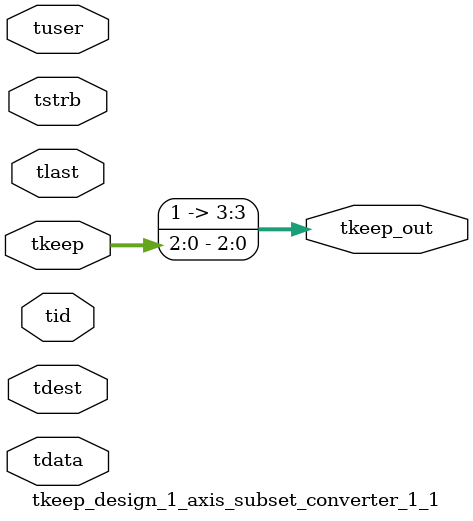
<source format=v>


`timescale 1ps/1ps

module tkeep_design_1_axis_subset_converter_1_1 #
(
parameter C_S_AXIS_TDATA_WIDTH = 32,
parameter C_S_AXIS_TUSER_WIDTH = 0,
parameter C_S_AXIS_TID_WIDTH   = 0,
parameter C_S_AXIS_TDEST_WIDTH = 0,
parameter C_M_AXIS_TDATA_WIDTH = 32
)
(
input  [(C_S_AXIS_TDATA_WIDTH == 0 ? 1 : C_S_AXIS_TDATA_WIDTH)-1:0     ] tdata,
input  [(C_S_AXIS_TUSER_WIDTH == 0 ? 1 : C_S_AXIS_TUSER_WIDTH)-1:0     ] tuser,
input  [(C_S_AXIS_TID_WIDTH   == 0 ? 1 : C_S_AXIS_TID_WIDTH)-1:0       ] tid,
input  [(C_S_AXIS_TDEST_WIDTH == 0 ? 1 : C_S_AXIS_TDEST_WIDTH)-1:0     ] tdest,
input  [(C_S_AXIS_TDATA_WIDTH/8)-1:0 ] tkeep,
input  [(C_S_AXIS_TDATA_WIDTH/8)-1:0 ] tstrb,
input                                                                    tlast,
output [(C_M_AXIS_TDATA_WIDTH/8)-1:0 ] tkeep_out
);

assign tkeep_out = {1'b1,tkeep[2:0]};

endmodule


</source>
